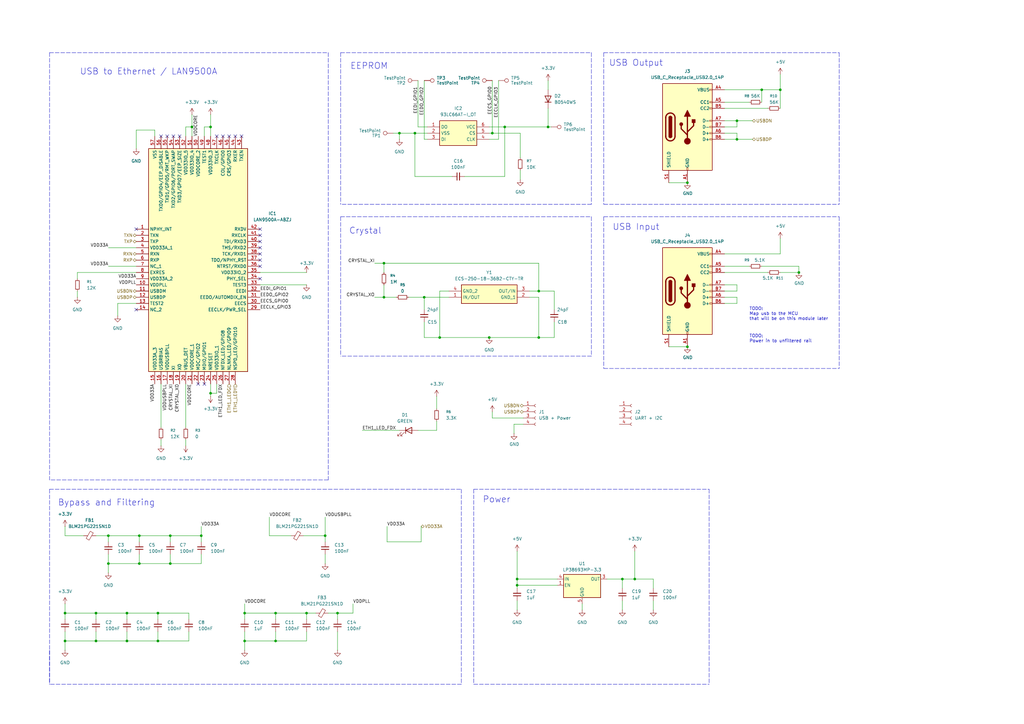
<source format=kicad_sch>
(kicad_sch (version 20250114) (generator "eeschema") (generator_version "9.0")
  (paper "A3")
  (title_block (title "PoE backplate") (rev "v0.1") (company "Grigorii Merkushev (aka brushknight)"))
  (text "TODO:\nMap usb to the MCU \nthat will be on this module later" (at 307.34 128.778 0) (effects (font (size 1.27 1.27)) (justify left)))
  (text "USB Output" (at 260.858 25.908 0) (effects (font (size 2.54 2.54))))
  (text "Crystal" (at 149.86 94.742 0) (effects (font (size 2.54 2.54))))
  (text "USB to Ethernet / LAN9500A" (at 60.96 29.464 0) (effects (font (size 2.54 2.54))))
  (text "Power" (at 203.708 204.978 0) (effects (font (size 2.54 2.54))))
  (text "USB Input" (at 260.858 93.218 0) (effects (font (size 2.54 2.54))))
  (text "TODO:\nPower in to unfiltered rail" (at 307.34 138.938 0) (effects (font (size 1.27 1.27)) (justify left)))
  (text "Bypass and Filtering" (at 43.688 206.248 0) (effects (font (size 2.54 2.54))))
  (text "EEPROM" (at 151.384 27.178 0) (effects (font (size 2.54 2.54))))
  (junction (at 200.66 138.43))
  (junction (at 26.67 251.46))
  (junction (at 86.36 161.29))
  (junction (at 157.48 121.92))
  (junction (at 78.74 52.07))
  (junction (at 113.03 262.89))
  (junction (at 69.85 219.71))
  (junction (at 138.43 251.46))
  (junction (at 260.35 237.49))
  (junction (at 207.01 52.07))
  (junction (at 100.33 251.46))
  (junction (at 220.98 138.43))
  (junction (at 170.18 54.61))
  (junction (at 44.45 219.71))
  (junction (at 133.35 219.71))
  (junction (at 64.77 262.89))
  (junction (at 125.73 251.46))
  (junction (at 212.09 237.49))
  (junction (at 57.15 231.14))
  (junction (at 224.79 52.07))
  (junction (at 281.94 74.93))
  (junction (at 302.26 57.15))
  (junction (at 180.34 138.43))
  (junction (at 157.48 107.95))
  (junction (at 39.37 262.89))
  (junction (at 281.94 142.24))
  (junction (at 52.07 262.89))
  (junction (at 327.66 111.76))
  (junction (at 320.04 36.83))
  (junction (at 69.85 231.14))
  (junction (at 302.26 49.53))
  (junction (at 64.77 251.46))
  (junction (at 57.15 219.71))
  (junction (at 212.09 240.03))
  (junction (at 86.36 52.07))
  (junction (at 312.42 36.83))
  (junction (at 163.83 54.61))
  (junction (at 173.99 121.92))
  (junction (at 26.67 262.89))
  (junction (at 255.27 237.49))
  (junction (at 44.45 231.14))
  (junction (at 52.07 251.46))
  (junction (at 39.37 251.46))
  (junction (at 113.03 251.46))
  (junction (at 100.33 262.89))
  (junction (at 82.55 219.71))
  (junction (at 201.93 54.61))
  (junction (at 220.98 119.38))
  (no_connect (at 73.66 55.88))
  (no_connect (at 93.98 55.88))
  (no_connect (at 55.88 93.98))
  (no_connect (at 88.9 55.88))
  (no_connect (at 106.68 106.68))
  (no_connect (at 106.68 101.6))
  (no_connect (at 71.12 55.88))
  (no_connect (at 83.82 157.48))
  (no_connect (at 106.68 99.06))
  (no_connect (at 66.04 55.88))
  (no_connect (at 96.52 55.88))
  (no_connect (at 55.88 127))
  (no_connect (at 106.68 109.22))
  (no_connect (at 99.06 55.88))
  (no_connect (at 106.68 93.98))
  (no_connect (at 81.28 157.48))
  (no_connect (at 106.68 96.52))
  (no_connect (at 91.44 55.88))
  (no_connect (at 106.68 114.3))
  (no_connect (at 106.68 104.14))
  (no_connect (at 68.58 55.88))
  (wire (pts (xy 212.09 237.49) (xy 228.6 237.49)))
  (wire (pts (xy 302.26 54.61) (xy 302.26 57.15)))
  (wire (pts (xy 86.36 46.99) (xy 86.36 52.07)))
  (wire (pts (xy 26.67 251.46) (xy 26.67 247.65)))
  (polyline (pts (xy 20.32 200.66) (xy 20.32 280.67)) (stroke (width 0) (type dash)))
  (wire (pts (xy 125.73 251.46) (xy 113.03 251.46)))
  (wire (pts (xy 173.99 138.43) (xy 180.34 138.43)))
  (wire (pts (xy 64.77 251.46) (xy 64.77 254)))
  (wire (pts (xy 44.45 227.33) (xy 44.45 231.14)))
  (wire (pts (xy 153.67 107.95) (xy 157.48 107.95)))
  (wire (pts (xy 212.09 240.03) (xy 212.09 237.49)))
  (wire (pts (xy 106.68 111.76) (xy 125.73 111.76)))
  (wire (pts (xy 200.66 57.15) (xy 204.47 57.15)))
  (wire (pts (xy 161.29 54.61) (xy 163.83 54.61)))
  (wire (pts (xy 52.07 259.08) (xy 52.07 262.89)))
  (wire (pts (xy 57.15 219.71) (xy 44.45 219.71)))
  (polyline (pts (xy 247.65 88.9) (xy 344.17 88.9)) (stroke (width 0) (type dash)))
  (wire (pts (xy 180.34 119.38) (xy 180.34 138.43)))
  (wire (pts (xy 39.37 262.89) (xy 52.07 262.89)))
  (wire (pts (xy 302.26 49.53) (xy 308.61 49.53)))
  (wire (pts (xy 320.04 111.76) (xy 327.66 111.76)))
  (wire (pts (xy 39.37 259.08) (xy 39.37 262.89)))
  (wire (pts (xy 173.99 132.08) (xy 173.99 138.43)))
  (wire (pts (xy 100.33 262.89) (xy 100.33 266.7)))
  (polyline (pts (xy 194.31 280.67) (xy 290.83 280.67)) (stroke (width 0) (type dash)))
  (wire (pts (xy 110.49 219.71) (xy 119.38 219.71)))
  (wire (pts (xy 57.15 219.71) (xy 57.15 222.25)))
  (wire (pts (xy 214.63 171.45) (xy 201.93 171.45)))
  (wire (pts (xy 26.67 259.08) (xy 26.67 262.89)))
  (polyline (pts (xy 242.57 21.59) (xy 242.57 83.82)) (stroke (width 0) (type dash)))
  (wire (pts (xy 44.45 219.71) (xy 44.45 222.25)))
  (wire (pts (xy 320.04 36.83) (xy 320.04 44.45)))
  (wire (pts (xy 175.26 57.15) (xy 173.99 57.15)))
  (wire (pts (xy 44.45 231.14) (xy 57.15 231.14)))
  (wire (pts (xy 82.55 219.71) (xy 82.55 222.25)))
  (wire (pts (xy 86.36 161.29) (xy 88.9 161.29)))
  (wire (pts (xy 312.42 41.91) (xy 312.42 36.83)))
  (wire (pts (xy 134.62 251.46) (xy 138.43 251.46)))
  (wire (pts (xy 52.07 251.46) (xy 52.07 254)))
  (wire (pts (xy 157.48 107.95) (xy 220.98 107.95)))
  (wire (pts (xy 297.18 49.53) (xy 302.26 49.53)))
  (wire (pts (xy 83.82 55.88) (xy 83.82 52.07)))
  (wire (pts (xy 57.15 227.33) (xy 57.15 231.14)))
  (wire (pts (xy 133.35 227.33) (xy 133.35 231.14)))
  (wire (pts (xy 267.97 246.38) (xy 267.97 250.19)))
  (wire (pts (xy 64.77 262.89) (xy 64.77 259.08)))
  (wire (pts (xy 100.33 247.65) (xy 100.33 251.46)))
  (wire (pts (xy 302.26 116.84) (xy 302.26 119.38)))
  (wire (pts (xy 212.09 240.03) (xy 212.09 241.3)))
  (wire (pts (xy 31.75 119.38) (xy 31.75 121.92)))
  (wire (pts (xy 69.85 219.71) (xy 69.85 222.25)))
  (polyline (pts (xy 290.83 200.66) (xy 290.83 280.67)) (stroke (width 0) (type dash)))
  (wire (pts (xy 69.85 219.71) (xy 57.15 219.71)))
  (wire (pts (xy 213.36 69.85) (xy 213.36 73.66)))
  (wire (pts (xy 26.67 219.71) (xy 26.67 215.9)))
  (wire (pts (xy 63.5 55.88) (xy 63.5 53.34)))
  (wire (pts (xy 86.36 161.29) (xy 86.36 162.56)))
  (wire (pts (xy 201.93 33.02) (xy 201.93 54.61)))
  (wire (pts (xy 133.35 219.71) (xy 133.35 222.25)))
  (wire (pts (xy 297.18 124.46) (xy 302.26 124.46)))
  (wire (pts (xy 48.26 124.46) (xy 48.26 129.54)))
  (wire (pts (xy 55.88 124.46) (xy 48.26 124.46)))
  (wire (pts (xy 69.85 231.14) (xy 82.55 231.14)))
  (wire (pts (xy 297.18 36.83) (xy 312.42 36.83)))
  (wire (pts (xy 227.33 138.43) (xy 220.98 138.43)))
  (polyline (pts (xy 242.57 146.05) (xy 139.7 146.05)) (stroke (width 0) (type dash)))
  (wire (pts (xy 78.74 52.07) (xy 78.74 46.99)))
  (wire (pts (xy 26.67 262.89) (xy 26.67 266.7)))
  (wire (pts (xy 297.18 41.91) (xy 307.34 41.91)))
  (polyline (pts (xy 20.32 21.59) (xy 134.62 21.59)) (stroke (width 0) (type dash)))
  (wire (pts (xy 220.98 107.95) (xy 220.98 119.38)))
  (wire (pts (xy 297.18 104.14) (xy 320.04 104.14)))
  (wire (pts (xy 170.18 54.61) (xy 170.18 72.39)))
  (polyline (pts (xy 139.7 21.59) (xy 242.57 21.59)) (stroke (width 0) (type dash)))
  (wire (pts (xy 138.43 251.46) (xy 144.78 251.46)))
  (polyline (pts (xy 242.57 88.9) (xy 242.57 146.05)) (stroke (width 0) (type dash)))
  (wire (pts (xy 312.42 36.83) (xy 320.04 36.83)))
  (wire (pts (xy 179.07 162.56) (xy 179.07 167.64)))
  (wire (pts (xy 163.83 57.15) (xy 163.83 54.61)))
  (wire (pts (xy 125.73 251.46) (xy 125.73 254)))
  (wire (pts (xy 26.67 251.46) (xy 26.67 254)))
  (wire (pts (xy 63.5 53.34) (xy 55.88 53.34)))
  (wire (pts (xy 52.07 262.89) (xy 64.77 262.89)))
  (wire (pts (xy 190.5 72.39) (xy 207.01 72.39)))
  (wire (pts (xy 76.2 180.34) (xy 76.2 182.88)))
  (wire (pts (xy 83.82 52.07) (xy 86.36 52.07)))
  (wire (pts (xy 302.26 119.38) (xy 297.18 119.38)))
  (wire (pts (xy 212.09 246.38) (xy 212.09 250.19)))
  (wire (pts (xy 302.26 49.53) (xy 302.26 52.07)))
  (wire (pts (xy 100.33 259.08) (xy 100.33 262.89)))
  (wire (pts (xy 57.15 231.14) (xy 69.85 231.14)))
  (wire (pts (xy 82.55 231.14) (xy 82.55 227.33)))
  (wire (pts (xy 113.03 251.46) (xy 100.33 251.46)))
  (polyline (pts (xy 20.32 21.59) (xy 20.32 196.85)) (stroke (width 0) (type dash)))
  (wire (pts (xy 200.66 54.61) (xy 201.93 54.61)))
  (polyline (pts (xy 247.65 151.13) (xy 344.17 151.13)) (stroke (width 0) (type dash)))
  (wire (pts (xy 34.29 219.71) (xy 26.67 219.71)))
  (wire (pts (xy 212.09 240.03) (xy 228.6 240.03)))
  (wire (pts (xy 125.73 259.08) (xy 125.73 262.89)))
  (polyline (pts (xy 20.32 266.7) (xy 20.32 280.67)) (stroke (width 0) (type dash)))
  (wire (pts (xy 113.03 259.08) (xy 113.03 262.89)))
  (wire (pts (xy 173.99 121.92) (xy 173.99 127)))
  (wire (pts (xy 66.04 180.34) (xy 66.04 182.88)))
  (wire (pts (xy 302.26 121.92) (xy 302.26 124.46)))
  (polyline (pts (xy 20.32 200.66) (xy 189.23 200.66)) (stroke (width 0) (type dash)))
  (wire (pts (xy 148.59 176.53) (xy 163.83 176.53)))
  (wire (pts (xy 302.26 52.07) (xy 297.18 52.07)))
  (wire (pts (xy 200.66 52.07) (xy 207.01 52.07)))
  (wire (pts (xy 170.18 72.39) (xy 185.42 72.39)))
  (wire (pts (xy 44.45 109.22) (xy 55.88 109.22)))
  (wire (pts (xy 86.36 157.48) (xy 86.36 161.29)))
  (wire (pts (xy 200.66 138.43) (xy 220.98 138.43)))
  (wire (pts (xy 167.64 121.92) (xy 173.99 121.92)))
  (wire (pts (xy 163.83 54.61) (xy 170.18 54.61)))
  (wire (pts (xy 204.47 33.02) (xy 204.47 57.15)))
  (wire (pts (xy 327.66 109.22) (xy 327.66 111.76)))
  (wire (pts (xy 320.04 104.14) (xy 320.04 97.79)))
  (wire (pts (xy 77.47 251.46) (xy 64.77 251.46)))
  (wire (pts (xy 267.97 237.49) (xy 260.35 237.49)))
  (wire (pts (xy 113.03 251.46) (xy 113.03 254)))
  (wire (pts (xy 297.18 54.61) (xy 302.26 54.61)))
  (wire (pts (xy 64.77 262.89) (xy 77.47 262.89)))
  (wire (pts (xy 158.75 222.25) (xy 172.72 222.25)))
  (wire (pts (xy 77.47 262.89) (xy 77.47 259.08)))
  (wire (pts (xy 179.07 172.72) (xy 179.07 176.53)))
  (polyline (pts (xy 247.65 21.59) (xy 344.17 21.59)) (stroke (width 0) (type dash)))
  (polyline (pts (xy 139.7 88.9) (xy 139.7 146.05)) (stroke (width 0) (type dash)))
  (wire (pts (xy 133.35 219.71) (xy 133.35 212.09)))
  (wire (pts (xy 302.26 57.15) (xy 308.61 57.15)))
  (wire (pts (xy 77.47 251.46) (xy 77.47 254)))
  (wire (pts (xy 55.88 53.34) (xy 55.88 60.96)))
  (wire (pts (xy 201.93 54.61) (xy 213.36 54.61)))
  (wire (pts (xy 52.07 251.46) (xy 39.37 251.46)))
  (wire (pts (xy 76.2 157.48) (xy 76.2 175.26)))
  (wire (pts (xy 39.37 251.46) (xy 39.37 254)))
  (wire (pts (xy 31.75 111.76) (xy 55.88 111.76)))
  (wire (pts (xy 210.82 173.99) (xy 214.63 173.99)))
  (wire (pts (xy 31.75 114.3) (xy 31.75 111.76)))
  (wire (pts (xy 153.67 121.92) (xy 157.48 121.92)))
  (polyline (pts (xy 194.31 200.66) (xy 290.83 200.66)) (stroke (width 0) (type dash)))
  (wire (pts (xy 100.33 251.46) (xy 100.33 254)))
  (wire (pts (xy 82.55 215.9) (xy 82.55 219.71)))
  (wire (pts (xy 274.32 74.93) (xy 281.94 74.93)))
  (wire (pts (xy 297.18 44.45) (xy 314.96 44.45)))
  (wire (pts (xy 297.18 111.76) (xy 314.96 111.76)))
  (wire (pts (xy 86.36 52.07) (xy 86.36 55.88)))
  (wire (pts (xy 125.73 251.46) (xy 129.54 251.46)))
  (wire (pts (xy 138.43 251.46) (xy 138.43 254)))
  (wire (pts (xy 158.75 215.9) (xy 158.75 222.25)))
  (wire (pts (xy 69.85 227.33) (xy 69.85 231.14)))
  (wire (pts (xy 260.35 237.49) (xy 260.35 226.06)))
  (wire (pts (xy 213.36 54.61) (xy 213.36 64.77)))
  (wire (pts (xy 297.18 116.84) (xy 302.26 116.84)))
  (wire (pts (xy 212.09 226.06) (xy 212.09 237.49)))
  (wire (pts (xy 227.33 132.08) (xy 227.33 138.43)))
  (wire (pts (xy 110.49 212.09) (xy 110.49 219.71)))
  (polyline (pts (xy 247.65 83.82) (xy 344.17 83.82)) (stroke (width 0) (type dash)))
  (wire (pts (xy 157.48 121.92) (xy 162.56 121.92)))
  (wire (pts (xy 297.18 121.92) (xy 302.26 121.92)))
  (polyline (pts (xy 247.65 21.59) (xy 247.65 83.82)) (stroke (width 0) (type dash)))
  (wire (pts (xy 64.77 251.46) (xy 52.07 251.46)))
  (wire (pts (xy 217.17 119.38) (xy 220.98 119.38)))
  (wire (pts (xy 224.79 52.07) (xy 224.79 44.45)))
  (wire (pts (xy 78.74 52.07) (xy 78.74 55.88)))
  (wire (pts (xy 113.03 262.89) (xy 125.73 262.89)))
  (wire (pts (xy 175.26 54.61) (xy 170.18 54.61)))
  (polyline (pts (xy 242.57 83.82) (xy 139.7 83.82)) (stroke (width 0) (type dash)))
  (wire (pts (xy 157.48 116.84) (xy 157.48 121.92)))
  (wire (pts (xy 44.45 101.6) (xy 55.88 101.6)))
  (polyline (pts (xy 344.17 88.9) (xy 344.17 151.13)) (stroke (width 0) (type dash)))
  (wire (pts (xy 224.79 33.02) (xy 224.79 36.83)))
  (wire (pts (xy 171.45 33.02) (xy 171.45 52.07)))
  (polyline (pts (xy 139.7 88.9) (xy 242.57 88.9)) (stroke (width 0) (type dash)))
  (wire (pts (xy 179.07 176.53) (xy 171.45 176.53)))
  (wire (pts (xy 238.76 247.65) (xy 238.76 250.19)))
  (wire (pts (xy 255.27 237.49) (xy 260.35 237.49)))
  (polyline (pts (xy 189.23 280.67) (xy 20.32 280.67)) (stroke (width 0) (type dash)))
  (wire (pts (xy 297.18 57.15) (xy 302.26 57.15)))
  (polyline (pts (xy 139.7 21.59) (xy 139.7 83.82)) (stroke (width 0) (type dash)))
  (wire (pts (xy 172.72 222.25) (xy 172.72 215.9)))
  (wire (pts (xy 173.99 121.92) (xy 184.15 121.92)))
  (wire (pts (xy 248.92 237.49) (xy 255.27 237.49)))
  (wire (pts (xy 39.37 251.46) (xy 26.67 251.46)))
  (wire (pts (xy 144.78 251.46) (xy 144.78 247.65)))
  (wire (pts (xy 217.17 121.92) (xy 220.98 121.92)))
  (wire (pts (xy 100.33 262.89) (xy 113.03 262.89)))
  (wire (pts (xy 66.04 157.48) (xy 66.04 175.26)))
  (wire (pts (xy 124.46 219.71) (xy 133.35 219.71)))
  (wire (pts (xy 255.27 246.38) (xy 255.27 250.19)))
  (polyline (pts (xy 189.23 200.66) (xy 189.23 280.67)) (stroke (width 0) (type dash)))
  (wire (pts (xy 274.32 142.24) (xy 281.94 142.24)))
  (wire (pts (xy 138.43 259.08) (xy 138.43 266.7)))
  (wire (pts (xy 44.45 231.14) (xy 44.45 234.95)))
  (wire (pts (xy 255.27 237.49) (xy 255.27 241.3)))
  (wire (pts (xy 267.97 241.3) (xy 267.97 237.49)))
  (wire (pts (xy 157.48 107.95) (xy 157.48 111.76)))
  (wire (pts (xy 171.45 52.07) (xy 175.26 52.07)))
  (wire (pts (xy 207.01 72.39) (xy 207.01 52.07)))
  (wire (pts (xy 227.33 119.38) (xy 227.33 127)))
  (wire (pts (xy 26.67 262.89) (xy 39.37 262.89)))
  (wire (pts (xy 220.98 121.92) (xy 220.98 138.43)))
  (wire (pts (xy 76.2 55.88) (xy 76.2 52.07)))
  (wire (pts (xy 173.99 33.02) (xy 173.99 57.15)))
  (wire (pts (xy 297.18 109.22) (xy 307.34 109.22)))
  (wire (pts (xy 44.45 219.71) (xy 39.37 219.71)))
  (wire (pts (xy 207.01 52.07) (xy 224.79 52.07)))
  (wire (pts (xy 320.04 36.83) (xy 320.04 30.48)))
  (polyline (pts (xy 247.65 88.9) (xy 247.65 151.13)) (stroke (width 0) (type dash)))
  (wire (pts (xy 210.82 177.8) (xy 210.82 173.99)))
  (wire (pts (xy 201.93 171.45) (xy 201.93 168.91)))
  (wire (pts (xy 224.79 52.07) (xy 226.06 52.07)))
  (wire (pts (xy 106.68 116.84) (xy 125.73 116.84)))
  (wire (pts (xy 180.34 138.43) (xy 200.66 138.43)))
  (polyline (pts (xy 194.31 200.66) (xy 194.31 280.67)) (stroke (width 0) (type dash)))
  (wire (pts (xy 88.9 157.48) (xy 88.9 161.29)))
  (wire (pts (xy 312.42 109.22) (xy 327.66 109.22)))
  (wire (pts (xy 220.98 119.38) (xy 227.33 119.38)))
  (polyline (pts (xy 134.62 196.85) (xy 20.32 196.85)) (stroke (width 0) (type dash)))
  (wire (pts (xy 82.55 219.71) (xy 69.85 219.71)))
  (wire (pts (xy 76.2 52.07) (xy 78.74 52.07)))
  (polyline (pts (xy 134.62 21.59) (xy 134.62 196.85)) (stroke (width 0) (type dash)))
  (wire (pts (xy 184.15 119.38) (xy 180.34 119.38)))
  (polyline (pts (xy 344.17 21.59) (xy 344.17 83.82)) (stroke (width 0) (type dash)))
  (label "EEDI_GPIO1" (at 106.68 119.38 0))
  (label "EECLK_GPIO3" (at 106.68 127 0))
  (label "CRYSTAL_XO" (at 73.66 157.48 270))
  (label "EECLK_GPIO3" (at 204.47 35.56 270))
  (label "VDD33A" (at 55.88 114.3 180))
  (label "EEDO_GPIO2" (at 173.99 35.56 270))
  (label "VDD33A" (at 82.55 215.9 0))
  (label "CRYSTAL_XO" (at 153.67 121.92 180))
  (label "EECS_GPIO0" (at 106.68 124.46 0))
  (label "VDD33A" (at 63.5 157.48 270))
  (label "VDD33A" (at 44.45 109.22 180))
  (label "VDDPLL" (at 144.78 247.65 0))
  (label "CRYSTAL_XI" (at 71.12 157.48 270))
  (label "VDDUSBPLL" (at 68.58 157.48 270))
  (label "CRYSTAL_XI" (at 153.67 107.95 180))
  (label "EEDI_GPIO1" (at 171.45 35.56 270))
  (label "EECS_GPIO0" (at 201.93 46.99 90))
  (label "EEDO_GPIO2" (at 106.68 121.92 0))
  (label "VDDUSBPLL" (at 133.35 212.09 0))
  (label "ETH1_LED_FDX" (at 91.44 157.48 270))
  (label "VDD33A" (at 158.75 215.9 0))
  (label "VDDCORE" (at 81.28 55.88 90))
  (label "VDDCORE" (at 100.33 247.65 0))
  (label "VDDPLL" (at 55.88 116.84 180))
  (label "VDD33A" (at 44.45 101.6 180))
  (label "VDDCORE" (at 78.74 157.48 270))
  (label "ETH1_LED_FDX" (at 148.59 176.53 0))
  (label "VDDCORE" (at 110.49 212.09 0))
  (hierarchical_label "USBDN" (shape bidirectional) (at 214.63 166.37 180))
  (hierarchical_label "USBDP" (shape bidirectional) (at 55.88 121.92 180))
  (hierarchical_label "USBDP" (shape bidirectional) (at 308.61 57.15 0))
  (hierarchical_label "TXN" (shape bidirectional) (at 55.88 96.52 180))
  (hierarchical_label "RXN" (shape bidirectional) (at 55.88 104.14 180))
  (hierarchical_label "ETH1_LEDY" (shape input) (at 96.52 157.48 270))
  (hierarchical_label "RXP" (shape bidirectional) (at 55.88 106.68 180))
  (hierarchical_label "ETH1_LEDG" (shape input) (at 93.98 157.48 270))
  (hierarchical_label "TXP" (shape bidirectional) (at 55.88 99.06 180))
  (hierarchical_label "USBDN" (shape bidirectional) (at 55.88 119.38 180))
  (hierarchical_label "VDD33A" (shape bidirectional) (at 172.72 215.9 0))
  (hierarchical_label "USBDN" (shape bidirectional) (at 308.61 49.53 0))
  (hierarchical_label "USBDP" (shape bidirectional) (at 214.63 168.91 180))
  (symbol (lib_id "Device:C_Small") (at 77.47 256.54 180) (unit 1)
    (property "Reference" "C8" (at 81.28 255.2635 0) (effects (justify right)))
    (property "Value" "100nF" (at 81.28 257.8035 0) (effects (justify right)))
    (property "Footprint" "Capacitor_SMD:C_0402_1005Metric" (effects (hide yes)))
    (property "Description" "Unpolarized capacitor, small symbol" (effects (hide yes)))
  )
  (symbol (lib_id "Device:C_Small") (at 255.27 243.84 180) (unit 1)
    (property "Reference" "C19" (at 259.08 242.5635 0) (effects (justify right)))
    (property "Value" "1uF" (at 259.08 245.1035 0) (effects (justify right)))
    (property "Footprint" "Capacitor_SMD:C_0805_2012Metric" (effects (hide yes)))
    (property "Description" "Unpolarized capacitor, small symbol" (effects (hide yes)))
  )
  (symbol (lib_id "power:GND") (at 267.97 250.19 0) (unit 1)
    (property "Reference" "#PWR029" (effects (hide yes)))
    (property "Value" "GND" (at 267.97 255.27 0))
    (property "Description" "Power symbol creates a global label with name \"GND\" , ground" (effects (hide yes)))
  )
  (symbol (lib_id "power:+5V") (at 320.04 30.48 0) (unit 1)
    (property "Reference" "#PWR032" (effects (hide yes)))
    (property "Value" "+5V" (at 320.04 25.4 0))
    (property "Description" "Power symbol creates a global label with name \"+5V\"" (effects (hide yes)))
  )
  (symbol (lib_id "power:+3.3V") (at 76.2 182.88 180) (unit 1)
    (property "Reference" "#PWR09" (effects (hide yes)))
    (property "Value" "+3.3V" (at 76.2 187.96 0))
    (property "Description" "Power symbol creates a global label with name \"+3.3V\"" (effects (hide yes)))
  )
  (symbol (lib_id "Device:C_Small") (at 267.97 243.84 180) (unit 1)
    (property "Reference" "C20" (at 271.78 242.5635 0) (effects (justify right)))
    (property "Value" "100nF" (at 271.78 245.1035 0) (effects (justify right)))
    (property "Footprint" "Capacitor_SMD:C_0402_1005Metric" (effects (hide yes)))
    (property "Description" "Unpolarized capacitor, small symbol" (effects (hide yes)))
  )
  (symbol (lib_id "Device:C_Small") (at 100.33 256.54 180) (unit 1)
    (property "Reference" "C10" (at 104.14 255.2635 0) (effects (justify right)))
    (property "Value" "1uF" (at 104.14 257.8035 0) (effects (justify right)))
    (property "Footprint" "Capacitor_SMD:C_0402_1005Metric" (effects (hide yes)))
    (property "Description" "Unpolarized capacitor, small symbol" (effects (hide yes)))
  )
  (symbol (lib_id "power:+5V") (at 201.93 168.91 0) (unit 1)
    (property "Reference" "#PWR021" (effects (hide yes)))
    (property "Value" "+5V" (at 201.93 163.83 0))
    (property "Description" "Power symbol creates a global label with name \"+5V\"" (effects (hide yes)))
  )
  (symbol (lib_id "Device:FerriteBead_Small") (at 132.08 251.46 90) (unit 1)
    (property "Reference" "FB3" (at 132.0419 245.11 90))
    (property "Value" "BLM21PG221SN1D" (at 132.0419 247.65 90))
    (property "Footprint" "Resistor_SMD:R_0805_2012Metric" (effects (hide yes)))
    (property "Datasheet" "https://www.lcsc.com/datasheet/C85840.pdf" (effects (hide yes)))
    (property "Description" "Ferrite bead, small symbol" (effects (hide yes)))
    (property "LCSC" "C85840" (effects (hide yes)))
  )
  (symbol (lib_id "Device:C_Small") (at 26.67 256.54 180) (unit 1)
    (property "Reference" "C1" (at 30.48 255.2635 0) (effects (justify right)))
    (property "Value" "100nF" (at 30.48 257.8035 0) (effects (justify right)))
    (property "Footprint" "Capacitor_SMD:C_0402_1005Metric" (effects (hide yes)))
    (property "Description" "Unpolarized capacitor, small symbol" (effects (hide yes)))
  )
  (symbol (lib_id "power:GND") (at 125.73 116.84 0) (unit 1)
    (property "Reference" "#PWR015" (effects (hide yes)))
    (property "Value" "GND" (at 125.73 121.92 0))
    (property "Description" "Power symbol creates a global label with name \"GND\" , ground" (effects (hide yes)))
  )
  (symbol (lib_id "Device:R_Small") (at 157.48 114.3 180) (unit 1)
    (property "Reference" "R4" (at 160.02 113.0299 0) (effects (font (size 1.016 1.016)) (justify right)))
    (property "Value" "1M" (at 160.02 115.5699 0) (effects (justify right)))
    (property "Footprint" "Resistor_SMD:R_0402_1005Metric" (effects (hide yes)))
    (property "Description" "Resistor, small symbol" (effects (hide yes)))
  )
  (symbol (lib_id "power:GND") (at 44.45 234.95 0) (unit 1)
    (property "Reference" "#PWR05" (effects (hide yes)))
    (property "Value" "GND" (at 44.45 240.03 0))
    (property "Description" "Power symbol creates a global label with name \"GND\" , ground" (effects (hide yes)))
  )
  (symbol (lib_id "Device:C_Small") (at 187.96 72.39 90) (unit 1)
    (property "Reference" "C16" (at 187.9663 66.04 90))
    (property "Value" "100nF" (at 187.9663 68.58 90))
    (property "Footprint" "Capacitor_SMD:C_0402_1005Metric" (effects (hide yes)))
    (property "Description" "Unpolarized capacitor, small symbol" (effects (hide yes)))
  )
  (symbol (lib_id "power:GND") (at 66.04 182.88 0) (unit 1)
    (property "Reference" "#PWR08" (effects (hide yes)))
    (property "Value" "GND" (at 66.04 187.96 0))
    (property "Description" "Power symbol creates a global label with name \"GND\" , ground" (effects (hide yes)))
  )
  (symbol (lib_id "Device:C_Small") (at 212.09 243.84 180) (unit 1)
    (property "Reference" "C17" (at 215.9 242.5635 0) (effects (justify right)))
    (property "Value" "1uF" (at 215.9 245.1035 0) (effects (justify right)))
    (property "Footprint" "Capacitor_SMD:C_0805_2012Metric" (effects (hide yes)))
    (property "Description" "Unpolarized capacitor, small symbol" (effects (hide yes)))
  )
  (symbol (lib_id "Device:FerriteBead_Small") (at 121.92 219.71 90) (unit 1)
    (property "Reference" "FB2" (at 121.8819 213.36 90))
    (property "Value" "BLM21PG221SN1D" (at 121.8819 215.9 90))
    (property "Footprint" "Resistor_SMD:R_0805_2012Metric" (effects (hide yes)))
    (property "Datasheet" "https://www.lcsc.com/datasheet/C85840.pdf" (effects (hide yes)))
    (property "Description" "Ferrite bead, small symbol" (effects (hide yes)))
    (property "LCSC" "C85840" (effects (hide yes)))
  )
  (symbol (lib_id "Device:R_Small") (at 309.88 41.91 90) (unit 1)
    (property "Reference" "R8" (at 306.324 39.37 90) (effects (font (size 1.016 1.016))))
    (property "Value" "56K" (at 309.88 39.37 90))
    (property "Footprint" "Resistor_SMD:R_0402_1005Metric" (effects (hide yes)))
    (property "Description" "Resistor, small symbol" (effects (hide yes)))
    (property "LCSC" "C114756" (effects (hide yes)))
  )
  (symbol (lib_id "Connector:TestPoint") (at 173.99 33.02 270) (unit 1)
    (property "Reference" "TP3" (at 179.07 32.004 90) (effects (justify left)))
    (property "Value" "TestPoint" (at 179.07 34.036 90) (effects (justify left)))
    (property "Description" "test point" (effects (hide yes)))
  )
  (symbol (lib_id "Device:D") (at 224.79 40.64 90) (unit 1)
    (property "Reference" "D2" (at 227.33 39.3699 90) (effects (justify right)))
    (property "Value" "B0540WS" (at 227.33 41.9099 90) (effects (justify right)))
    (property "Footprint" "Diode_SMD:D_SOD-323" (effects (hide yes)))
    (property "Description" "Diode" (effects (hide yes)))
    (property "Sim.Device" "D" (effects (hide yes)))
    (property "Sim.Pins" "1=K 2=A" (effects (hide yes)))
    (property "LCSC" "C7420326" (effects (hide yes)))
  )
  (symbol (lib_id "Connector:TestPoint") (at 171.45 33.02 90) (unit 1)
    (property "Reference" "TP2" (at 166.37 34.036 90) (effects (justify left)))
    (property "Value" "TestPoint" (at 166.37 32.004 90) (effects (justify left)))
    (property "Description" "test point" (effects (hide yes)))
  )
  (symbol (lib_id "Device:R_Small") (at 317.5 111.76 90) (unit 1)
    (property "Reference" "R11" (at 319.786 114.046 90) (effects (font (size 1.016 1.016))))
    (property "Value" "5.1K" (at 314.96 114.046 90))
    (property "Footprint" "Resistor_SMD:R_0402_1005Metric" (effects (hide yes)))
    (property "Description" "Resistor, small symbol" (effects (hide yes)))
    (property "LCSC" "C105872" (effects (hide yes)))
  )
  (symbol (lib_id "Device:LED") (at 167.64 176.53 0) (unit 1)
    (property "Reference" "D1" (at 166.0525 170.18 0))
    (property "Value" "GREEN" (at 166.0525 172.72 0))
    (property "Footprint" "LED_SMD:LED_0402_1005Metric" (effects (hide yes)))
    (property "Description" "Light emitting diode" (effects (hide yes)))
    (property "Sim.Pins" "1=K 2=A" (effects (hide yes)))
  )
  (symbol (lib_id "power:+5V") (at 320.04 97.79 0) (unit 1)
    (property "Reference" "#PWR033" (effects (hide yes)))
    (property "Value" "+5V" (at 320.04 92.71 0))
    (property "Description" "Power symbol creates a global label with name \"+5V\"" (effects (hide yes)))
  )
  (symbol (lib_id "power:GND") (at 255.27 250.19 0) (unit 1)
    (property "Reference" "#PWR027" (effects (hide yes)))
    (property "Value" "GND" (at 255.27 255.27 0))
    (property "Description" "Power symbol creates a global label with name \"GND\" , ground" (effects (hide yes)))
  )
  (symbol (lib_id "Connector:USB_C_Receptacle_USB2.0_14P") (at 281.94 52.07 0) (unit 1)
    (property "Reference" "J3" (at 281.94 29.21 0))
    (property "Value" "USB_C_Receptacle_USB2.0_14P" (at 281.94 31.75 0))
    (property "Footprint" "Connector_USB:USB_C_Receptacle_G-Switch_GT-USB-7051x" (effects (hide yes)))
    (property "Datasheet" "https://www.usb.org/sites/default/files/documents/usb_type-c.zip" (effects (hide yes)))
    (property "Description" "USB 2.0-only 14P Type-C Receptacle connector" (effects (hide yes)))
    (property "LCSC" "C2843970" (effects (hide yes)))
  )
  (symbol (lib_id "Device:R_Small") (at 165.1 121.92 90) (unit 1)
    (property "Reference" "R5" (at 165.1 116.84 90) (effects (font (size 1.016 1.016))))
    (property "Value" "0" (at 165.1 119.38 90))
    (property "Footprint" "Resistor_SMD:R_0402_1005Metric" (effects (hide yes)))
    (property "Description" "Resistor, small symbol" (effects (hide yes)))
  )
  (symbol (lib_id "Device:R_Small") (at 317.5 44.45 90) (unit 1)
    (property "Reference" "R10" (at 317.246 39.37 90) (effects (font (size 1.016 1.016))))
    (property "Value" "56K" (at 317.5 41.91 90))
    (property "Footprint" "Resistor_SMD:R_0402_1005Metric" (effects (hide yes)))
    (property "Description" "Resistor, small symbol" (effects (hide yes)))
    (property "LCSC" "C114756" (effects (hide yes)))
  )
  (symbol (lib_id "Device:R_Small") (at 179.07 170.18 180) (unit 1)
    (property "Reference" "R6" (at 182.88 168.9099 0) (effects (font (size 1.016 1.016)) (justify right)))
    (property "Value" "3.3K" (at 182.88 171.4499 0) (effects (justify right)))
    (property "Footprint" "Resistor_SMD:R_0402_1005Metric" (effects (hide yes)))
    (property "Description" "Resistor, small symbol" (effects (hide yes)))
  )
  (symbol (lib_id "power:+5V") (at 212.09 226.06 0) (unit 1)
    (property "Reference" "#PWR023" (effects (hide yes)))
    (property "Value" "+5V" (at 212.09 220.98 0))
    (property "Description" "Power symbol creates a global label with name \"+5V\"" (effects (hide yes)))
  )
  (symbol (lib_id "power:GND") (at 212.09 250.19 0) (unit 1)
    (property "Reference" "#PWR024" (effects (hide yes)))
    (property "Value" "GND" (at 212.09 255.27 0))
    (property "Description" "Power symbol creates a global label with name \"GND\" , ground" (effects (hide yes)))
  )
  (symbol (lib_id "power:+3.3V") (at 86.36 46.99 0) (unit 1)
    (property "Reference" "#PWR011" (effects (hide yes)))
    (property "Value" "+3.3V" (at 86.36 41.91 0))
    (property "Description" "Power symbol creates a global label with name \"+3.3V\"" (effects (hide yes)))
  )
  (symbol (lib_id "power:GND") (at 26.67 266.7 0) (unit 1)
    (property "Reference" "#PWR03" (effects (hide yes)))
    (property "Value" "GND" (at 26.67 271.78 0))
    (property "Description" "Power symbol creates a global label with name \"GND\" , ground" (effects (hide yes)))
  )
  (symbol (lib_id "power:GND") (at 327.66 111.76 0) (unit 1)
    (property "Reference" "#PWR034" (effects (hide yes)))
    (property "Value" "GND" (at 327.787 116.1542 0))
  )
  (symbol (lib_id "Device:R_Small") (at 213.36 67.31 0) (unit 1)
    (property "Reference" "R7" (at 215.9 66.0399 0) (effects (font (size 1.016 1.016)) (justify left)))
    (property "Value" "10K" (at 215.9 68.5799 0) (effects (justify left)))
    (property "Footprint" "Resistor_SMD:R_0402_1005Metric" (effects (hide yes)))
    (property "Description" "Resistor, small symbol" (effects (hide yes)))
  )
  (symbol (lib_id "power:+3.3V") (at 179.07 162.56 0) (unit 1)
    (property "Reference" "#PWR019" (effects (hide yes)))
    (property "Value" "+3.3V" (at 179.07 157.48 0))
    (property "Description" "Power symbol creates a global label with name \"+3.3V\"" (effects (hide yes)))
  )
  (symbol (lib_id "Device:C_Small") (at 113.03 256.54 180) (unit 1)
    (property "Reference" "C11" (at 116.84 255.2635 0) (effects (justify right)))
    (property "Value" "100nF" (at 116.84 257.8035 0) (effects (justify right)))
    (property "Footprint" "Capacitor_SMD:C_0402_1005Metric" (effects (hide yes)))
    (property "Description" "Unpolarized capacitor, small symbol" (effects (hide yes)))
  )
  (symbol (lib_id "Device:C_Small") (at 125.73 256.54 180) (unit 1)
    (property "Reference" "C12" (at 129.54 255.2635 0) (effects (justify right)))
    (property "Value" "100nF" (at 129.54 257.8035 0) (effects (justify right)))
    (property "Footprint" "Capacitor_SMD:C_0402_1005Metric" (effects (hide yes)))
    (property "Description" "Unpolarized capacitor, small symbol" (effects (hide yes)))
  )
  (symbol (lib_id "Device:R_Small") (at 66.04 177.8 180) (unit 1)
    (property "Reference" "R2" (at 69.85 176.5299 0) (effects (font (size 1.016 1.016)) (justify right)))
    (property "Value" "12K" (at 69.85 179.0699 0) (effects (justify right)))
    (property "Footprint" "Resistor_SMD:R_0402_1005Metric" (effects (hide yes)))
    (property "Description" "Resistor, small symbol" (effects (hide yes)))
  )
  (symbol (lib_id "ECS-250-18-36B2-CTY-TR:ECS-250-18-36B2-CTY-TR") (at 184.15 119.38 0) (unit 1)
    (property "Reference" "Y1" (at 200.66 111.76 0))
    (property "Value" "ECS-250-18-36B2-CTY-TR" (at 200.66 114.3 0))
    (property "Footprint" "ECS2501836B2CTYTR" (effects (hide yes)))
    (property "Datasheet" "https://www.mouser.in/datasheet/2/122/ECX_2236B2-2400583.pdf" (effects (hide yes)))
    (property "Description" "Crystals ESR 50,FREQ 25,STABILITY +/-30ppm,TOLERANCE +/-10ppm,CL 18pF,AGING +/-2 ppm ,-30 C 85 C,100uW in typical (Max 200uW), 2.50mm x 2.00mm" (effects (hide yes)))
    (property "Height" "0.6" (effects (hide yes)))
    (property "Mouser Part Number" "520-250-18-36B2CTYTR" (effects (hide yes)))
    (property "Mouser Price/Stock" "https://www.mouser.co.uk/ProductDetail/ECS/ECS-250-18-36B2-CTY-TR?qs=aP1CjGhiNiFniXuPEM212w%3D%3D" (effects (hide yes)))
    (property "Manufacturer_Name" "ECS" (effects (hide yes)))
    (property "Manufacturer_Part_Number" "ECS-250-18-36B2-CTY-TR" (effects (hide yes)))
    (property "LCSC" "C5727305" (effects (hide yes)))
  )
  (symbol (lib_id "Connector:USB_C_Receptacle_USB2.0_14P") (at 281.94 119.38 0) (unit 1)
    (property "Reference" "J4" (at 281.94 96.52 0))
    (property "Value" "USB_C_Receptacle_USB2.0_14P" (at 281.94 99.06 0))
    (property "Footprint" "Connector_USB:USB_C_Receptacle_G-Switch_GT-USB-7051x" (effects (hide yes)))
    (property "Datasheet" "https://www.usb.org/sites/default/files/documents/usb_type-c.zip" (effects (hide yes)))
    (property "Description" "USB 2.0-only 14P Type-C Receptacle connector" (effects (hide yes)))
    (property "LCSC" "C2843970" (effects (hide yes)))
  )
  (symbol (lib_id "power:+3.3V") (at 260.35 226.06 0) (unit 1)
    (property "Reference" "#PWR028" (effects (hide yes)))
    (property "Value" "+3.3V" (at 260.35 220.98 0))
    (property "Description" "Power symbol creates a global label with name \"+3.3V\"" (effects (hide yes)))
  )
  (symbol (lib_id "Device:C_Small") (at 227.33 129.54 180) (unit 1)
    (property "Reference" "C18" (at 230.632 132.08 0))
    (property "Value" "24pF" (at 230.886 127 0))
    (property "Footprint" "Capacitor_SMD:C_0402_1005Metric" (effects (hide yes)))
    (property "Description" "Unpolarized capacitor, small symbol" (effects (hide yes)))
  )
  (symbol (lib_id "Device:C_Small") (at 64.77 256.54 180) (unit 1)
    (property "Reference" "C6" (at 68.58 255.2635 0) (effects (justify right)))
    (property "Value" "100nF" (at 68.58 257.8035 0) (effects (justify right)))
    (property "Footprint" "Capacitor_SMD:C_0402_1005Metric" (effects (hide yes)))
    (property "Description" "Unpolarized capacitor, small symbol" (effects (hide yes)))
  )
  (symbol (lib_id "power:GND") (at 55.88 60.96 0) (unit 1)
    (property "Reference" "#PWR07" (effects (hide yes)))
    (property "Value" "GND" (at 55.88 66.04 0))
    (property "Description" "Power symbol creates a global label with name \"GND\" , ground" (effects (hide yes)))
  )
  (symbol (lib_id "power:GND") (at 138.43 266.7 0) (unit 1)
    (property "Reference" "#PWR017" (effects (hide yes)))
    (property "Value" "GND" (at 138.43 271.78 0))
    (property "Description" "Power symbol creates a global label with name \"GND\" , ground" (effects (hide yes)))
  )
  (symbol (lib_id "power:GND") (at 163.83 57.15 0) (unit 1)
    (property "Reference" "#PWR018" (effects (hide yes)))
    (property "Value" "GND" (at 163.83 62.23 0))
    (property "Description" "Power symbol creates a global label with name \"GND\" , ground" (effects (hide yes)))
  )
  (symbol (lib_id "Connector:TestPoint") (at 204.47 33.02 270) (unit 1)
    (property "Reference" "TP5" (at 209.55 32.004 90) (effects (justify left)))
    (property "Value" "TestPoint" (at 209.55 34.036 90) (effects (justify left)))
    (property "Description" "test point" (effects (hide yes)))
  )
  (symbol (lib_id "Device:C_Small") (at 44.45 224.79 180) (unit 1)
    (property "Reference" "C3" (at 48.26 223.5135 0) (effects (justify right)))
    (property "Value" "100nF" (at 48.26 226.0535 0) (effects (justify right)))
    (property "Footprint" "Capacitor_SMD:C_0402_1005Metric" (effects (hide yes)))
    (property "Description" "Unpolarized capacitor, small symbol" (effects (hide yes)))
  )
  (symbol (lib_id "power:GND") (at 281.94 74.93 0) (unit 1)
    (property "Reference" "#PWR030" (effects (hide yes)))
    (property "Value" "GND" (at 282.067 79.3242 0))
  )
  (symbol (lib_id "Connector:TestPoint") (at 201.93 33.02 90) (unit 1)
    (property "Reference" "TP4" (at 196.85 34.036 90) (effects (justify left)))
    (property "Value" "TestPoint" (at 196.85 32.004 90) (effects (justify left)))
    (property "Description" "test point" (effects (hide yes)))
  )
  (symbol (lib_id "power:+3.3V") (at 224.79 33.02 0) (unit 1)
    (property "Reference" "#PWR041" (effects (hide yes)))
    (property "Value" "+3.3V" (at 224.79 27.94 0))
    (property "Description" "Power symbol creates a global label with name \"+3.3V\"" (effects (hide yes)))
  )
  (symbol (lib_id "power:+3.3V") (at 125.73 111.76 0) (unit 1)
    (property "Reference" "#PWR014" (effects (hide yes)))
    (property "Value" "+3.3V" (at 125.73 107.95 0))
    (property "Description" "Power symbol creates a global label with name \"+3.3V\"" (effects (hide yes)))
  )
  (symbol (lib_id "Connector:TestPoint") (at 226.06 52.07 270) (unit 1)
    (property "Reference" "TP6" (at 231.14 51.054 90) (effects (justify left)))
    (property "Value" "TestPoint" (at 231.14 53.086 90) (effects (justify left)))
    (property "Description" "test point" (effects (hide yes)))
  )
  (symbol (lib_id "power:GND") (at 100.33 266.7 0) (unit 1)
    (property "Reference" "#PWR013" (effects (hide yes)))
    (property "Value" "GND" (at 100.33 271.78 0))
    (property "Description" "Power symbol creates a global label with name \"GND\" , ground" (effects (hide yes)))
  )
  (symbol (lib_id "Device:R_Small") (at 309.88 109.22 90) (unit 1)
    (property "Reference" "R9" (at 306.324 106.68 90) (effects (font (size 1.016 1.016))))
    (property "Value" "5.1K" (at 311.658 106.68 90))
    (property "Footprint" "Resistor_SMD:R_0402_1005Metric" (effects (hide yes)))
    (property "Description" "Resistor, small symbol" (effects (hide yes)))
    (property "LCSC" "C105872" (effects (hide yes)))
  )
  (symbol (lib_id "power:GND") (at 213.36 73.66 0) (unit 1)
    (property "Reference" "#PWR025" (effects (hide yes)))
    (property "Value" "GND" (at 213.36 78.74 0))
    (property "Description" "Power symbol creates a global label with name \"GND\" , ground" (effects (hide yes)))
  )
  (symbol (lib_id "Connector:Conn_01x04_Socket") (at 219.71 168.91 0) (unit 1)
    (property "Reference" "J1" (at 220.98 168.9099 0) (effects (justify left)))
    (property "Value" "USB + Power" (at 220.98 171.4499 0) (effects (justify left)))
    (property "Footprint" "Connector_PinHeader_2.54mm:PinHeader_1x04_P2.54mm_Vertical" (effects (hide yes)))
    (property "Description" "Generic connector, single row, 01x04, script generated" (effects (hide yes)))
  )
  (symbol (lib_id "power:+3.3V") (at 26.67 247.65 0) (unit 1)
    (property "Reference" "#PWR02" (effects (hide yes)))
    (property "Value" "+3.3V" (at 26.67 242.57 0))
    (property "Description" "Power symbol creates a global label with name \"+3.3V\"" (effects (hide yes)))
  )
  (symbol (lib_id "93LC66AT-I_OT:93LC66AT-I_OT") (at 175.26 52.07 0) (unit 1)
    (property "Reference" "IC2" (at 187.96 44.45 0))
    (property "Value" "93LC66AT-I_OT" (at 187.96 46.99 0))
    (property "Footprint" "SOT95P270X145-6N" (effects (hide yes)))
    (property "Datasheet" "http://ww1.microchip.com/downloads/en/DeviceDoc/21795E.pdf" (effects (hide yes)))
    (property "Description" "4K, 512 X 8 SERIAL EEPROM, IND" (effects (hide yes)))
    (property "Height" "1.45" (effects (hide yes)))
    (property "Mouser Part Number" "579-93LC66AT-I/OT" (effects (hide yes)))
    (property "Mouser Price/Stock" "https://www.mouser.co.uk/ProductDetail/Microchip-Technology/93LC66AT-I-OT?qs=KmC0hySzDXKaUqojT7ZUuA%3D%3D" (effects (hide yes)))
    (property "Manufacturer_Name" "Microchip" (effects (hide yes)))
    (property "Manufacturer_Part_Number" "93LC66AT-I/OT" (effects (hide yes)))
    (property "LCSC" "C511344" (effects (hide yes)))
  )
  (symbol (lib_id "Device:C_Small") (at 82.55 224.79 180) (unit 1)
    (property "Reference" "C9" (at 86.36 223.5135 0) (effects (justify right)))
    (property "Value" "100nF" (at 86.36 226.0535 0) (effects (justify right)))
    (property "Footprint" "Capacitor_SMD:C_0402_1005Metric" (effects (hide yes)))
    (property "Description" "Unpolarized capacitor, small symbol" (effects (hide yes)))
  )
  (symbol (lib_id "Device:C_Small") (at 39.37 256.54 180) (unit 1)
    (property "Reference" "C2" (at 43.18 255.2635 0) (effects (justify right)))
    (property "Value" "100nF" (at 43.18 257.8035 0) (effects (justify right)))
    (property "Footprint" "Capacitor_SMD:C_0402_1005Metric" (effects (hide yes)))
    (property "Description" "Unpolarized capacitor, small symbol" (effects (hide yes)))
  )
  (symbol (lib_id "Connector:TestPoint") (at 161.29 54.61 90) (unit 1)
    (property "Reference" "TP1" (at 156.21 55.626 90) (effects (justify left)))
    (property "Value" "TestPoint" (at 156.21 53.594 90) (effects (justify left)))
    (property "Description" "test point" (effects (hide yes)))
  )
  (symbol (lib_id "power:GND") (at 200.66 138.43 0) (unit 1)
    (property "Reference" "#PWR020" (effects (hide yes)))
    (property "Value" "GND" (at 200.66 143.51 0))
    (property "Description" "Power symbol creates a global label with name \"GND\" , ground" (effects (hide yes)))
  )
  (symbol (lib_id "Regulator_Linear:LP38693MP-3.3") (at 238.76 240.03 0) (unit 1)
    (property "Reference" "U1" (at 238.76 231.14 0))
    (property "Value" "LP38693MP-3.3" (at 238.76 233.68 0))
    (property "Footprint" "Package_TO_SOT_SMD:SOT-223-5" (effects (hide yes)))
    (property "Datasheet" "https://www.ti.com/lit/ds/symlink/lp38693.pdf" (effects (hide yes)))
    (property "Description" "500-mA Low-Dropout CMOS Linear Regulators Stable With Ceramic Output Capacitors, 3.3V output voltage, Enable Pin, SOT-223" (effects (hide yes)))
    (property "LCSC" "C130904" (effects (hide yes)))
  )
  (symbol (lib_id "power:+3.3V") (at 78.74 46.99 0) (unit 1)
    (property "Reference" "#PWR010" (effects (hide yes)))
    (property "Value" "+3.3V" (at 78.74 41.91 0))
    (property "Description" "Power symbol creates a global label with name \"+3.3V\"" (effects (hide yes)))
  )
  (symbol (lib_id "Device:C_Small") (at 52.07 256.54 180) (unit 1)
    (property "Reference" "C4" (at 55.88 255.2635 0) (effects (justify right)))
    (property "Value" "100nF" (at 55.88 257.8035 0) (effects (justify right)))
    (property "Footprint" "Capacitor_SMD:C_0402_1005Metric" (effects (hide yes)))
    (property "Description" "Unpolarized capacitor, small symbol" (effects (hide yes)))
  )
  (symbol (lib_id "Device:C_Small") (at 173.99 129.54 180) (unit 1)
    (property "Reference" "C15" (at 177.292 132.08 0))
    (property "Value" "24pF" (at 177.546 127 0))
    (property "Footprint" "Capacitor_SMD:C_0402_1005Metric" (effects (hide yes)))
    (property "Description" "Unpolarized capacitor, small symbol" (effects (hide yes)))
  )
  (symbol (lib_id "Connector:Conn_01x04_Socket") (at 259.08 168.91 0) (unit 1)
    (property "Reference" "J2" (at 260.35 168.9099 0) (effects (justify left)))
    (property "Value" "UART + I2C" (at 260.35 171.4499 0) (effects (justify left)))
    (property "Footprint" "Connector_PinHeader_2.54mm:PinHeader_1x04_P2.54mm_Vertical" (effects (hide yes)))
    (property "Description" "Generic connector, single row, 01x04, script generated" (effects (hide yes)))
  )
  (symbol (lib_id "Device:R_Small") (at 76.2 177.8 180) (unit 1)
    (property "Reference" "R3" (at 80.01 176.5299 0) (effects (font (size 1.016 1.016)) (justify right)))
    (property "Value" "0" (at 80.01 179.0699 0) (effects (justify right)))
    (property "Footprint" "Resistor_SMD:R_0402_1005Metric" (effects (hide yes)))
    (property "Description" "Resistor, small symbol" (effects (hide yes)))
  )
  (symbol (lib_id "power:+3.3V") (at 86.36 162.56 180) (unit 1)
    (property "Reference" "#PWR012" (effects (hide yes)))
    (property "Value" "+3.3V" (at 86.36 167.64 0))
    (property "Description" "Power symbol creates a global label with name \"+3.3V\"" (effects (hide yes)))
  )
  (symbol (lib_id "power:+3.3V") (at 26.67 215.9 0) (unit 1)
    (property "Reference" "#PWR01" (effects (hide yes)))
    (property "Value" "+3.3V" (at 26.67 210.82 0))
    (property "Description" "Power symbol creates a global label with name \"+3.3V\"" (effects (hide yes)))
  )
  (symbol (lib_id "Device:C_Small") (at 69.85 224.79 180) (unit 1)
    (property "Reference" "C7" (at 73.66 223.5135 0) (effects (justify right)))
    (property "Value" "100nF" (at 73.66 226.0535 0) (effects (justify right)))
    (property "Footprint" "Capacitor_SMD:C_0402_1005Metric" (effects (hide yes)))
    (property "Description" "Unpolarized capacitor, small symbol" (effects (hide yes)))
  )
  (symbol (lib_id "power:GND") (at 31.75 121.92 0) (unit 1)
    (property "Reference" "#PWR04" (effects (hide yes)))
    (property "Value" "GND" (at 31.75 127 0))
    (property "Description" "Power symbol creates a global label with name \"GND\" , ground" (effects (hide yes)))
  )
  (symbol (lib_id "Device:C_Small") (at 57.15 224.79 180) (unit 1)
    (property "Reference" "C5" (at 60.96 223.5135 0) (effects (justify right)))
    (property "Value" "100nF" (at 60.96 226.0535 0) (effects (justify right)))
    (property "Footprint" "Capacitor_SMD:C_0402_1005Metric" (effects (hide yes)))
    (property "Description" "Unpolarized capacitor, small symbol" (effects (hide yes)))
  )
  (symbol (lib_id "LAN9500A-ABZJ:LAN9500A-ABZJ") (at 55.88 93.98 0) (unit 1)
    (property "Reference" "IC1" (at 111.76 87.5598 0))
    (property "Value" "LAN9500A-ABZJ" (at 111.76 90.0998 0))
    (property "Footprint" "LAN9500A-ABZJ:QFN50P800X800X100-57N-D" (effects (hide yes)))
    (property "Datasheet" "http://www.microchip.com/mymicrochip/filehandler.aspx?ddocname=en562338" (effects (hide yes)))
    (property "Description" "Microchip LAN9500A-ABZJ, Ethernet Controller, 100Mbit/s MII, USB, 3.3 V, 56-Pin QFN" (effects (hide yes)))
    (property "Height" "1" (effects (hide yes)))
    (property "Mouser Part Number" "886-LAN9500A-ABZJ" (effects (hide yes)))
    (property "Mouser Price/Stock" "https://www.mouser.co.uk/ProductDetail/Microchip-Technology/LAN9500A-ABZJ?qs=pA5MXup5wxExNGRLJHfH%252Bw%3D%3D" (effects (hide yes)))
    (property "Manufacturer_Name" "Microchip" (effects (hide yes)))
    (property "Manufacturer_Part_Number" "LAN9500A-ABZJ" (effects (hide yes)))
    (property "LCSC" "C2651877" (effects (hide yes)))
  )
  (symbol (lib_id "power:GND") (at 48.26 129.54 0) (unit 1)
    (property "Reference" "#PWR06" (effects (hide yes)))
    (property "Value" "GND" (at 48.26 134.62 0))
    (property "Description" "Power symbol creates a global label with name \"GND\" , ground" (effects (hide yes)))
  )
  (symbol (lib_id "Device:FerriteBead_Small") (at 36.83 219.71 90) (unit 1)
    (property "Reference" "FB1" (at 36.7919 213.36 90))
    (property "Value" "BLM21PG221SN1D" (at 36.7919 215.9 90))
    (property "Footprint" "Resistor_SMD:R_0805_2012Metric" (effects (hide yes)))
    (property "Datasheet" "https://www.lcsc.com/datasheet/C85840.pdf" (effects (hide yes)))
    (property "Description" "Ferrite bead, small symbol" (effects (hide yes)))
    (property "LCSC" "C85840" (effects (hide yes)))
  )
  (symbol (lib_id "Device:C_Small") (at 138.43 256.54 180) (unit 1)
    (property "Reference" "C14" (at 142.24 255.2635 0) (effects (justify right)))
    (property "Value" "100nF" (at 142.24 257.8035 0) (effects (justify right)))
    (property "Footprint" "Capacitor_SMD:C_0402_1005Metric" (effects (hide yes)))
    (property "Description" "Unpolarized capacitor, small symbol" (effects (hide yes)))
  )
  (symbol (lib_id "power:GND") (at 238.76 250.19 0) (unit 1)
    (property "Reference" "#PWR026" (effects (hide yes)))
    (property "Value" "GND" (at 238.76 255.27 0))
    (property "Description" "Power symbol creates a global label with name \"GND\" , ground" (effects (hide yes)))
  )
  (symbol (lib_id "power:GND") (at 210.82 177.8 0) (unit 1)
    (property "Reference" "#PWR022" (effects (hide yes)))
    (property "Value" "GND" (at 210.947 182.1942 0))
  )
  (symbol (lib_id "power:GND") (at 281.94 142.24 0) (unit 1)
    (property "Reference" "#PWR031" (effects (hide yes)))
    (property "Value" "GND" (at 282.067 146.6342 0))
  )
  (symbol (lib_id "Device:C_Small") (at 133.35 224.79 180) (unit 1)
    (property "Reference" "C13" (at 137.16 223.5135 0) (effects (justify right)))
    (property "Value" "100nF" (at 137.16 226.0535 0) (effects (justify right)))
    (property "Footprint" "Capacitor_SMD:C_0402_1005Metric" (effects (hide yes)))
    (property "Description" "Unpolarized capacitor, small symbol" (effects (hide yes)))
  )
  (symbol (lib_id "Device:R_Small") (at 31.75 116.84 180) (unit 1)
    (property "Reference" "R1" (at 35.56 115.5699 0) (effects (font (size 1.016 1.016)) (justify right)))
    (property "Value" "12K" (at 35.56 118.1099 0) (effects (justify right)))
    (property "Footprint" "Resistor_SMD:R_0402_1005Metric" (effects (hide yes)))
    (property "Description" "Resistor, small symbol" (effects (hide yes)))
  )
  (symbol (lib_id "power:GND") (at 133.35 231.14 0) (unit 1)
    (property "Reference" "#PWR016" (effects (hide yes)))
    (property "Value" "GND" (at 133.35 236.22 0))
    (property "Description" "Power symbol creates a global label with name \"GND\" , ground" (effects (hide yes)))
  )
)
</source>
